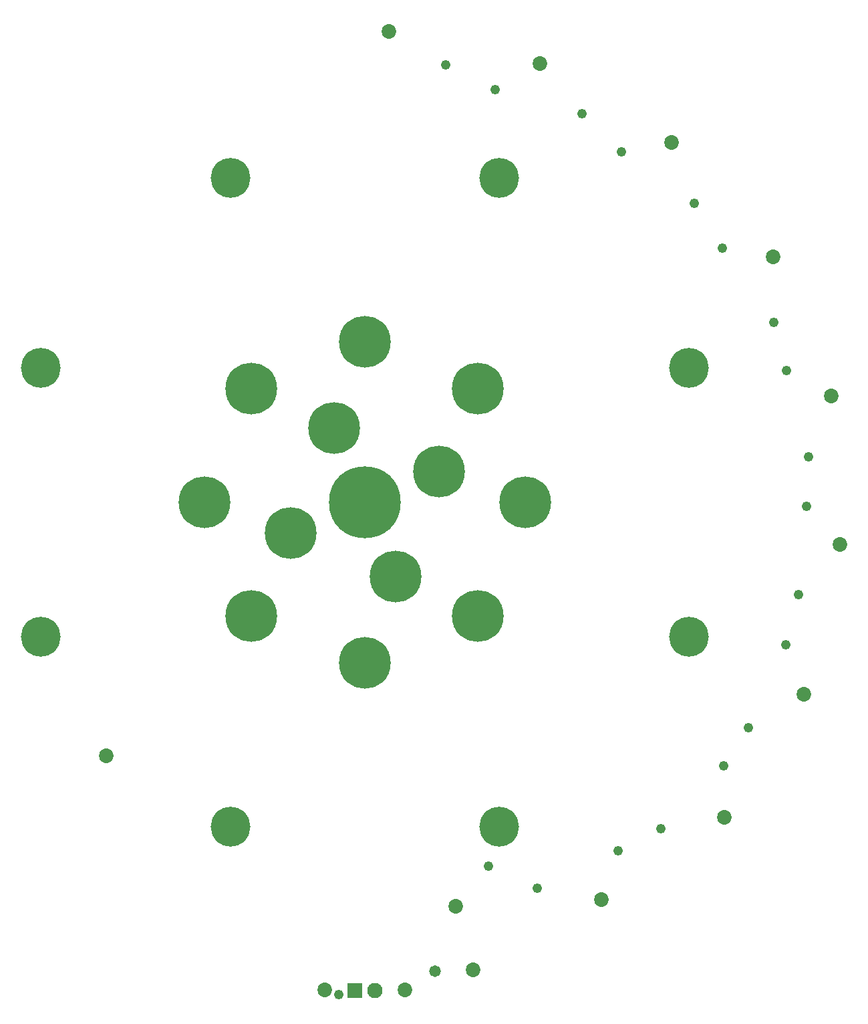
<source format=gbs>
G04 Layer_Color=16711935*
%FSTAX25Y25*%
%MOIN*%
G70*
G01*
G75*
%ADD166C,0.25800*%
%ADD167C,0.07300*%
%ADD168R,0.07690X0.07690*%
%ADD169C,0.07690*%
%ADD170O,0.19800X0.19900*%
%ADD171C,0.35800*%
%ADD172C,0.05800*%
%ADD173C,0.04800*%
D166*
X0481069Y0412431D02*
D03*
X04245Y0389D02*
D03*
X0367932Y0412431D02*
D03*
Y0525568D02*
D03*
X04245Y0549D02*
D03*
X0481069Y0525568D02*
D03*
X03445Y0469D02*
D03*
X05045D02*
D03*
X0439807Y0432045D02*
D03*
X0387545Y0453693D02*
D03*
X0409193Y0505955D02*
D03*
X0461455Y0484307D02*
D03*
D167*
X054251Y0270957D02*
D03*
X047Y0267756D02*
D03*
X0604003Y0311923D02*
D03*
X0643722Y0373192D02*
D03*
X0661743Y0447888D02*
D03*
X0657408Y0521883D02*
D03*
X0577733Y0648431D02*
D03*
X0511905Y068746D02*
D03*
X04365Y0703685D02*
D03*
X04445Y0226D02*
D03*
X04045D02*
D03*
X0628222Y0591377D02*
D03*
X04785Y0236D02*
D03*
X02955Y03425D02*
D03*
D168*
X04195Y02255D02*
D03*
D169*
X04295D02*
D03*
D170*
X04915Y06307D02*
D03*
X05862Y0536D02*
D03*
Y0402D02*
D03*
X04915Y03073D02*
D03*
X03575D02*
D03*
X02628Y0402D02*
D03*
Y0536D02*
D03*
X03575Y06307D02*
D03*
D171*
X04245Y0469D02*
D03*
D172*
X045974Y023526D02*
D03*
D173*
X0603588Y0337683D02*
D03*
X0616Y03565D02*
D03*
X06345Y0398D02*
D03*
X0641Y0423D02*
D03*
X0645Y0467D02*
D03*
X0646Y04915D02*
D03*
X0635Y05345D02*
D03*
X06285Y05585D02*
D03*
X0603Y05955D02*
D03*
X0589Y0618D02*
D03*
X05525Y06435D02*
D03*
X04895Y06745D02*
D03*
X0465Y0687D02*
D03*
X048624Y0287756D02*
D03*
X0572151Y0306323D02*
D03*
X055093Y0295305D02*
D03*
X0510663Y0276589D02*
D03*
X0533Y06625D02*
D03*
X04115Y02235D02*
D03*
M02*

</source>
